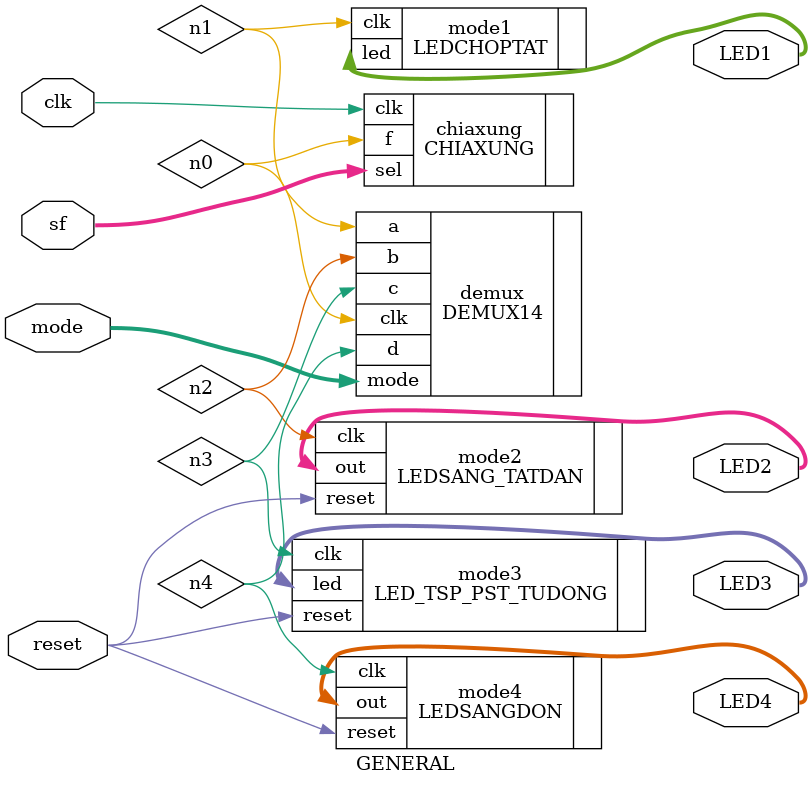
<source format=v>
`timescale 1ns / 1ps
module GENERAL(
input wire clk,
input wire reset,
input wire [1:0]sf,
input wire [1:0]mode,
output wire [7:0]LED1,
output wire [7:0]LED2,
output wire [7:0]LED3,
output wire [7:0]LED4
    );
wire n0;
wire n1;
wire n2;
wire n3;
wire n4;
CHIAXUNG chiaxung (.clk(clk),.sel(sf),.f(n0));
DEMUX14 demux (.clk(n0),.mode(mode),.a(n1),.b(n2),.c(n3),.d(n4));
LEDCHOPTAT mode1 (.clk(n1),.led(LED1));
LEDSANG_TATDAN mode2 (.clk(n2),.reset(reset),.out(LED2));
LED_TSP_PST_TUDONG mode3 (.clk(n3),.reset(reset),.led(LED3));
LEDSANGDON mode4 (.clk(n4),.reset(reset),.out(LED4));
endmodule

</source>
